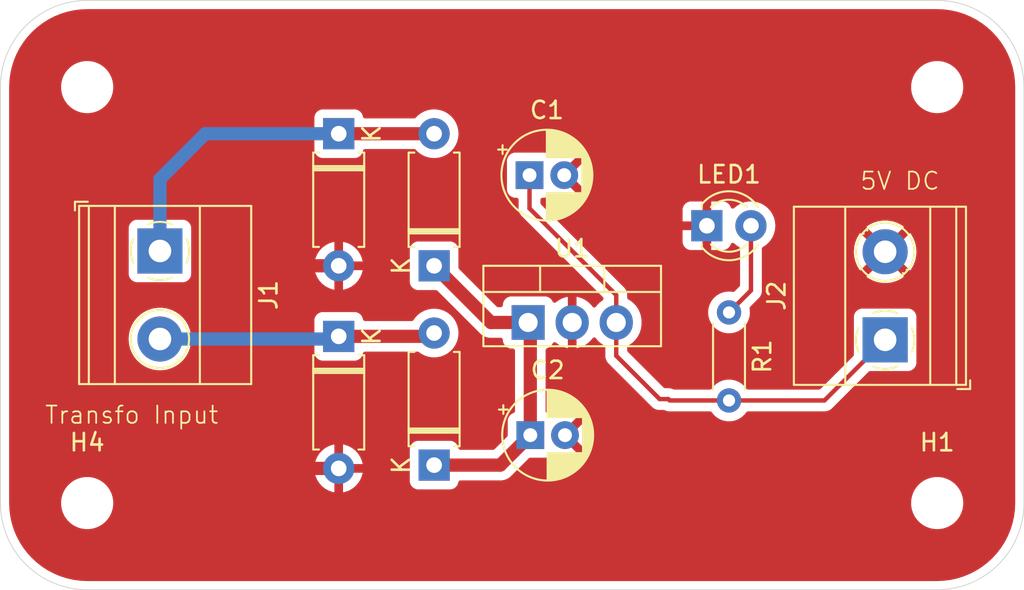
<source format=kicad_pcb>
(kicad_pcb (version 20240108) (generator "pcbnew") (generator_version "8.0")
  (title_block (title "Rectifier") (date "2024-12-20") (rev "v01") (comment 4 "Author: PUTSHU LUNGHE"))
  (layers (0 "F.Cu" signal) (31 "B.Cu" signal) (34 "B.Paste" user) (35 "F.Paste" user) (36 "B.SilkS" user "B.Silkscreen") (37 "F.SilkS" user "F.Silkscreen") (38 "B.Mask" user) (39 "F.Mask" user) (44 "Edge.Cuts" user))
  (net 0 "")
  (net 1 "GND")
  (net 2 "Net-(J2-Pin_1)")
  (net 3 "Net-(D3-K)")
  (net 4 "Net-(D1-K)")
  (net 5 "Net-(D2-K)")
  (net 6 "Net-(LED1-A)")
  (footprint "TerminalBlock_Phoenix:TerminalBlock_Phoenix_MKDS-1,5-2-5.08_1x02_P5.08mm_Horizontal" (layer "F.Cu") (at 124.195 57.455 -90)
    (property "Reference" "J1" (at 2.54 -6.26 90) (layer "F.SilkS"))
    (property "Value" "Screw_Terminal_01x02")
    (fp_line (start -2.84 4.9) (end -2.34 4.9) (stroke (width 0.12)) (layer "F.SilkS"))
    (fp_line (start -2.6 4.66) (end 7.68 4.66) (stroke (width 0.12)) (layer "F.SilkS"))
    (fp_line (start -2.84 4.16) (end -2.84 4.9) (stroke (width 0.12)) (layer "F.SilkS"))
    (fp_line (start -2.6 4.1) (end 7.68 4.1) (stroke (width 0.12)) (layer "F.SilkS"))
    (fp_line (start -2.6 2.6) (end 7.68 2.6) (stroke (width 0.12)) (layer "F.SilkS"))
    (fp_line (start 4.046 1.239) (end 4.011 1.274) (stroke (width 0.12)) (layer "F.SilkS"))
    (fp_line (start 3.853 1.023) (end 3.806 1.069) (stroke (width 0.12)) (layer "F.SilkS"))
    (fp_line (start 6.355 -1.069) (end 6.308 -1.023) (stroke (width 0.12)) (layer "F.SilkS"))
    (fp_line (start 6.15 -1.275) (end 6.115 -1.239) (stroke (width 0.12)) (layer "F.SilkS"))
    (fp_line (start -2.6 -2.301) (end 7.68 -2.301) (stroke (width 0.12)) (layer "F.SilkS"))
    (fp_line (start -2.6 -5.261) (end -2.6 4.66) (stroke (width 0.12)) (layer "F.SilkS"))
    (fp_line (start -2.6 -5.261) (end 7.68 -5.261) (stroke (width 0.12)) (layer "F.SilkS"))
    (fp_line (start 7.68 -5.261) (end 7.68 4.66) (stroke (width 0.12)) (layer "F.SilkS"))
    (fp_arc (start 0.028805 1.680253) (mid -0.335551 1.646659) (end -0.684 1.535) (stroke (width 0.12)) (layer "F.SilkS"))
    (fp_arc (start 0.683318 1.534756) (mid 0.349292 1.643288) (end 0 1.68) (stroke (width 0.12)) (layer "F.SilkS"))
    (fp_arc (start -1.535427 0.683042) (mid -1.680501 -0.000524) (end -1.535 -0.684) (stroke (width 0.12)) (layer "F.SilkS"))
    (fp_arc (start 1.535427 -0.683042) (mid 1.680501 0.000524) (end 1.535 0.684) (stroke (width 0.12)) (layer "F.SilkS"))
    (fp_arc (start -0.683042 -1.535427) (mid 0.000524 -1.680501) (end 0.684 -1.535) (stroke (width 0.12)) (layer "F.SilkS"))
    (fp_circle (center 5.08 0) (end 6.76 0) (stroke (width 0.12)) (fill none) (layer "F.SilkS"))
    (pad "1" thru_hole rect (at 0 0 270) (size 2.6 2.6) (drill 1.3) (layers "*.Cu" "*.Mask") (net 5 "Net-(D2-K)"))
    (pad "2" thru_hole circle (at 5.08 0 270) (size 2.6 2.6) (drill 1.3) (layers "*.Cu" "*.Mask") (net 4 "Net-(D1-K)"))
  )
  (footprint "MountingHole:MountingHole_2.5mm" (layer "F.Cu") (at 169 72)
    (property "Reference" "H1" (at 0 -3.5 0) (layer "F.SilkS"))
    (property "Value" "MountingHole" (hide yes))
    (pad "" np_thru_hole circle (at 0 0) (size 2.5 2.5) (drill 2.5) (layers "*.Cu" "*.Mask"))
  )
  (footprint "MountingHole:MountingHole_2.5mm" (layer "F.Cu") (at 120 72)
    (property "Reference" "H4" (at 0 -3.5 0) (layer "F.SilkS"))
    (property "Value" "MountingHole" (hide yes))
    (pad "" np_thru_hole circle (at 0 0) (size 2.5 2.5) (drill 2.5) (layers "*.Cu" "*.Mask"))
  )
  (footprint "Diode_THT:D_A-405_P7.62mm_Horizontal" (layer "F.Cu") (at 134.5 62.38 -90)
    (property "Reference" "D1" (hide yes))
    (property "Value" "D")
    (fp_line (start 1.09 1.47) (end 6.53 1.47) (stroke (width 0.12)) (layer "F.SilkS"))
    (fp_line (start 6.53 1.47) (end 6.53 1.14) (stroke (width 0.12)) (layer "F.SilkS"))
    (fp_line (start 1.09 1.14) (end 1.09 1.47) (stroke (width 0.12)) (layer "F.SilkS"))
    (fp_line (start 1.09 -1.14) (end 1.09 -1.47) (stroke (width 0.12)) (layer "F.SilkS"))
    (fp_line (start 1.09 -1.47) (end 6.53 -1.47) (stroke (width 0.12)) (layer "F.SilkS"))
    (fp_line (start 1.87 -1.47) (end 1.87 1.47) (stroke (width 0.12)) (layer "F.SilkS"))
    (fp_line (start 1.99 -1.47) (end 1.99 1.47) (stroke (width 0.12)) (layer "F.SilkS"))
    (fp_line (start 2.11 -1.47) (end 2.11 1.47) (stroke (width 0.12)) (layer "F.SilkS"))
    (fp_line (start 6.53 -1.47) (end 6.53 -1.14) (stroke (width 0.12)) (layer "F.SilkS"))
    (fp_text user "K" (at 0 -1.9 90) (layer "F.SilkS"))
    (pad "1" thru_hole rect (at 0 0 270) (size 1.8 1.8) (drill 0.9) (layers "*.Cu" "*.Mask") (net 4 "Net-(D1-K)"))
    (pad "2" thru_hole oval (at 7.62 0 270) (size 1.8 1.8) (drill 0.9) (layers "*.Cu" "*.Mask") (net 1 "GND"))
  )
  (footprint "LED_THT:LED_D3.0mm" (layer "F.Cu") (at 155.725 56)
    (property "Reference" "LED1" (at 1.27 -2.96 0) (layer "F.SilkS"))
    (property "Value" "LED")
    (fp_line (start -0.29 -1.236) (end -0.29 -1.08) (stroke (width 0.12)) (layer "F.SilkS"))
    (fp_line (start -0.29 1.08) (end -0.29 1.236) (stroke (width 0.12)) (layer "F.SilkS"))
    (fp_arc (start -0.29 -1.235516) (mid 1.366487 -1.987659) (end 2.942335 -1.078608) (stroke (width 0.12)) (layer "F.SilkS"))
    (fp_arc (start 0.229039 -1.08) (mid 1.270117 -1.5) (end 2.31113 -1.079837) (stroke (width 0.12)) (layer "F.SilkS"))
    (fp_arc (start 2.31113 1.079837) (mid 1.270117 1.5) (end 0.229039 1.08) (stroke (width 0.12)) (layer "F.SilkS"))
    (fp_arc (start 2.942335 1.078608) (mid 1.366487 1.987659) (end -0.29 1.235516) (stroke (width 0.12)) (layer "F.SilkS"))
    (pad "1" thru_hole rect (at 0 0) (size 1.8 1.8) (drill 0.9) (layers "*.Cu" "*.Mask") (net 1 "GND"))
    (pad "2" thru_hole circle (at 2.54 0) (size 1.8 1.8) (drill 0.9) (layers "*.Cu" "*.Mask") (net 6 "Net-(LED1-A)"))
  )
  (footprint "MountingHole:MountingHole_2.5mm" (layer "F.Cu") (at 120 48)
    (property "Reference" "H2" (hide yes))
    (property "Value" "MountingHole" (hide yes))
    (pad "" np_thru_hole circle (at 0 0) (size 2.5 2.5) (drill 2.5) (layers "*.Cu" "*.Mask"))
  )
  (footprint "Capacitor_THT:CP_Radial_D5.0mm_P2.00mm" (layer "F.Cu") (at 145.544888 68.08)
    (property "Reference" "C2" (at 1 -3.75 0) (layer "F.SilkS"))
    (property "Value" "C_Polarized_US")
    (fp_line (start -1.804775 -1.475) (end -1.304775 -1.475) (stroke (width 0.12)) (layer "F.SilkS"))
    (fp_line (start -1.554775 -1.725) (end -1.554775 -1.225) (stroke (width 0.12)) (layer "F.SilkS"))
    (fp_line (start 1 -2.58) (end 1 -1.04) (stroke (width 0.12)) (layer "F.SilkS"))
    (fp_line (start 1 1.04) (end 1 2.58) (stroke (width 0.12)) (layer "F.SilkS"))
    (fp_line (start 1.04 -2.58) (end 1.04 -1.04) (stroke (width 0.12)) (layer "F.SilkS"))
    (fp_line (start 1.04 1.04) (end 1.04 2.58) (stroke (width 0.12)) (layer "F.SilkS"))
    (fp_line (start 1.08 -2.579) (end 1.08 -1.04) (stroke (width 0.12)) (layer "F.SilkS"))
    (fp_line (start 1.08 1.04) (end 1.08 2.579) (stroke (width 0.12)) (layer "F.SilkS"))
    (fp_line (start 1.12 -2.578) (end 1.12 -1.04) (stroke (width 0.12)) (layer "F.SilkS"))
    (fp_line (start 1.12 1.04) (end 1.12 2.578) (stroke (width 0.12)) (layer "F.SilkS"))
    (fp_line (start 1.16 -2.576) (end 1.16 -1.04) (stroke (width 0.12)) (layer "F.SilkS"))
    (fp_line (start 1.16 1.04) (end 1.16 2.576) (stroke (width 0.12)) (layer "F.SilkS"))
    (fp_line (start 1.2 -2.573) (end 1.2 -1.04) (stroke (width 0.12)) (layer "F.SilkS"))
    (fp_line (start 1.2 1.04) (end 1.2 2.573) (stroke (width 0.12)) (layer "F.SilkS"))
    (fp_line (start 1.24 -2.569) (end 1.24 -1.04) (stroke (width 0.12)) (layer "F.SilkS"))
    (fp_line (start 1.24 1.04) (end 1.24 2.569) (stroke (width 0.12)) (layer "F.SilkS"))
    (fp_line (start 1.28 -2.565) (end 1.28 -1.04) (stroke (width 0.12)) (layer "F.SilkS"))
    (fp_line (start 1.28 1.04) (end 1.28 2.565) (stroke (width 0.12)) (layer "F.SilkS"))
    (fp_line (start 1.32 -2.561) (end 1.32 -1.04) (stroke (width 0.12)) (layer "F.SilkS"))
    (fp_line (start 1.32 1.04) (end 1.32 2.561) (stroke (width 0.12)) (layer "F.SilkS"))
    (fp_line (start 1.36 -2.556) (end 1.36 -1.04) (stroke (width 0.12)) (layer "F.SilkS"))
    (fp_line (start 1.36 1.04) (end 1.36 2.556) (stroke (width 0.12)) (layer "F.SilkS"))
    (fp_line (start 1.4 -2.55) (end 1.4 -1.04) (stroke (width 0.12)) (layer "F.SilkS"))
    (fp_line (start 1.4 1.04) (end 1.4 2.55) (stroke (width 0.12)) (layer "F.SilkS"))
    (fp_line (start 1.44 -2.543) (end 1.44 -1.04) (stroke (width 0.12)) (layer "F.SilkS"))
    (fp_line (start 1.44 1.04) (end 1.44 2.543) (stroke (width 0.12)) (layer "F.SilkS"))
    (fp_line (start 1.48 -2.536) (end 1.48 -1.04) (stroke (width 0.12)) (layer "F.SilkS"))
    (fp_line (start 1.48 1.04) (end 1.48 2.536) (stroke (width 0.12)) (layer "F.SilkS"))
    (fp_line (start 1.52 -2.528) (end 1.52 -1.04) (stroke (width 0.12)) (layer "F.SilkS"))
    (fp_line (start 1.52 1.04) (end 1.52 2.528) (stroke (width 0.12)) (layer "F.SilkS"))
    (fp_line (start 1.56 -2.52) (end 1.56 -1.04) (stroke (width 0.12)) (layer "F.SilkS"))
    (fp_line (start 1.56 1.04) (end 1.56 2.52) (stroke (width 0.12)) (layer "F.SilkS"))
    (fp_line (start 1.6 -2.511) (end 1.6 -1.04) (stroke (width 0.12)) (layer "F.SilkS"))
    (fp_line (start 1.6 1.04) (end 1.6 2.511) (stroke (width 0.12)) (layer "F.SilkS"))
    (fp_line (start 1.64 -2.501) (end 1.64 -1.04) (stroke (width 0.12)) (layer "F.SilkS"))
    (fp_line (start 1.64 1.04) (end 1.64 2.501) (stroke (width 0.12)) (layer "F.SilkS"))
    (fp_line (start 1.68 -2.491) (end 1.68 -1.04) (stroke (width 0.12)) (layer "F.SilkS"))
    (fp_line (start 1.68 1.04) (end 1.68 2.491) (stroke (width 0.12)) (layer "F.SilkS"))
    (fp_line (start 1.721 -2.48) (end 1.721 -1.04) (stroke (width 0.12)) (layer "F.SilkS"))
    (fp_line (start 1.721 1.04) (end 1.721 2.48) (stroke (width 0.12)) (layer "F.SilkS"))
    (fp_line (start 1.761 -2.468) (end 1.761 -1.04) (stroke (width 0.12)) (layer "F.SilkS"))
    (fp_line (start 1.761 1.04) (end 1.761 2.468) (stroke (width 0.12)) (layer "F.SilkS"))
    (fp_line (start 1.801 -2.455) (end 1.801 -1.04) (stroke (width 0.12)) (layer "F.SilkS"))
    (fp_line (start 1.801 1.04) (end 1.801 2.455) (stroke (width 0.12)) (layer "F.SilkS"))
    (fp_line (start 1.841 -2.442) (end 1.841 -1.04) (stroke (width 0.12)) (layer "F.SilkS"))
    (fp_line (start 1.841 1.04) (end 1.841 2.442) (stroke (width 0.12)) (layer "F.SilkS"))
    (fp_line (start 1.881 -2.428) (end 1.881 -1.04) (stroke (width 0.12)) (layer "F.SilkS"))
    (fp_line (start 1.881 1.04) (end 1.881 2.428) (stroke (width 0.12)) (layer "F.SilkS"))
    (fp_line (start 1.921 -2.414) (end 1.921 -1.04) (stroke (width 0.12)) (layer "F.SilkS"))
    (fp_line (start 1.921 1.04) (end 1.921 2.414) (stroke (width 0.12)) (layer "F.SilkS"))
    (fp_line (start 1.961 -2.398) (end 1.961 -1.04) (stroke (width 0.12)) (layer "F.SilkS"))
    (fp_line (start 1.961 1.04) (end 1.961 2.398) (stroke (width 0.12)) (layer "F.SilkS"))
    (fp_line (start 2.001 -2.382) (end 2.001 -1.04) (stroke (width 0.12)) (layer "F.SilkS"))
    (fp_line (start 2.001 1.04) (end 2.001 2.382) (stroke (width 0.12)) (layer "F.SilkS"))
    (fp_line (start 2.041 -2.365) (end 2.041 -1.04) (stroke (width 0.12)) (layer "F.SilkS"))
    (fp_line (start 2.041 1.04) (end 2.041 2.365) (stroke (width 0.12)) (layer "F.SilkS"))
    (fp_line (start 2.081 -2.348) (end 2.081 -1.04) (stroke (width 0.12)) (layer "F.SilkS"))
    (fp_line (start 2.081 1.04) (end 2.081 2.348) (stroke (width 0.12)) (layer "F.SilkS"))
    (fp_line (start 2.121 -2.329) (end 2.121 -1.04) (stroke (width 0.12)) (layer "F.SilkS"))
    (fp_line (start 2.121 1.04) (end 2.121 2.329) (stroke (width 0.12)) (layer "F.SilkS"))
    (fp_line (start 2.161 -2.31) (end 2.161 -1.04) (stroke (width 0.12)) (layer "F.SilkS"))
    (fp_line (start 2.161 1.04) (end 2.161 2.31) (stroke (width 0.12)) (layer "F.SilkS"))
    (fp_line (start 2.201 -2.29) (end 2.201 -1.04) (stroke (width 0.12)) (layer "F.SilkS"))
    (fp_line (start 2.201 1.04) (end 2.201 2.29) (stroke (width 0.12)) (layer "F.SilkS"))
    (fp_line (start 2.241 -2.268) (end 2.241 -1.04) (stroke (width 0.12)) (layer "F.SilkS"))
    (fp_line (start 2.241 1.04) (end 2.241 2.268) (stroke (width 0.12)) (layer "F.SilkS"))
    (fp_line (start 2.281 -2.247) (end 2.281 -1.04) (stroke (width 0.12)) (layer "F.SilkS"))
    (fp_line (start 2.281 1.04) (end 2.281 2.247) (stroke (width 0.12)) (layer "F.SilkS"))
    (fp_line (start 2.321 -2.224) (end 2.321 -1.04) (stroke (width 0.12)) (layer "F.SilkS"))
    (fp_line (start 2.321 1.04) (end 2.321 2.224) (stroke (width 0.12)) (layer "F.SilkS"))
    (fp_line (start 2.361 -2.2) (end 2.361 -1.04) (stroke (width 0.12)) (layer "F.SilkS"))
    (fp_line (start 2.361 1.04) (end 2.361 2.2) (stroke (width 0.12)) (layer "F.SilkS"))
    (fp_line (start 2.401 -2.175) (end 2.401 -1.04) (stroke (width 0.12)) (layer "F.SilkS"))
    (fp_line (start 2.401 1.04) (end 2.401 2.175) (stroke (width 0.12)) (layer "F.SilkS"))
    (fp_line (start 2.441 -2.149) (end 2.441 -1.04) (stroke (width 0.12)) (layer "F.SilkS"))
    (fp_line (start 2.441 1.04) (end 2.441 2.149) (stroke (width 0.12)) (layer "F.SilkS"))
    (fp_line (start 2.481 -2.122) (end 2.481 -1.04) (stroke (width 0.12)) (layer "F.SilkS"))
    (fp_line (start 2.481 1.04) (end 2.481 2.122) (stroke (width 0.12)) (layer "F.SilkS"))
    (fp_line (start 2.521 -2.095) (end 2.521 -1.04) (stroke (width 0.12)) (layer "F.SilkS"))
    (fp_line (start 2.521 1.04) (end 2.521 2.095) (stroke (width 0.12)) (layer "F.SilkS"))
    (fp_line (start 2.561 -2.065) (end 2.561 -1.04) (stroke (width 0.12)) (layer "F.SilkS"))
    (fp_line (start 2.561 1.04) (end 2.561 2.065) (stroke (width 0.12)) (layer "F.SilkS"))
    (fp_line (start 2.601 -2.035) (end 2.601 -1.04) (stroke (width 0.12)) (layer "F.SilkS"))
    (fp_line (start 2.601 1.04) (end 2.601 2.035) (stroke (width 0.12)) (layer "F.SilkS"))
    (fp_line (start 2.641 -2.004) (end 2.641 -1.04) (stroke (width 0.12)) (layer "F.SilkS"))
    (fp_line (start 2.641 1.04) (end 2.641 2.004) (stroke (width 0.12)) (layer "F.SilkS"))
    (fp_line (start 2.681 -1.971) (end 2.681 -1.04) (stroke (width 0.12)) (layer "F.SilkS"))
    (fp_line (start 2.681 1.04) (end 2.681 1.971) (stroke (width 0.12)) (layer "F.SilkS"))
    (fp_line (start 2.721 -1.937) (end 2.721 -1.04) (stroke (width 0.12)) (layer "F.SilkS"))
    (fp_line (start 2.721 1.04) (end 2.721 1.937) (stroke (width 0.12)) (layer "F.SilkS"))
    (fp_line (start 2.761 -1.901) (end 2.761 -1.04) (stroke (width 0.12)) (layer "F.SilkS"))
    (fp_line (start 2.761 1.04) (end 2.761 1.901) (stroke (width 0.12)) (layer "F.SilkS"))
    (fp_line (start 2.801 -1.864) (end 2.801 -1.04) (stroke (width 0.12)) (layer "F.SilkS"))
    (fp_line (start 2.801 1.04) (end 2.801 1.864) (stroke (width 0.12)) (layer "F.SilkS"))
    (fp_line (start 2.841 -1.826) (end 2.841 -1.04) (stroke (width 0.12)) (layer "F.SilkS"))
    (fp_line (start 2.841 1.04) (end 2.841 1.826) (stroke (width 0.12)) (layer "F.SilkS"))
    (fp_line (start 2.881 -1.785) (end 2.881 -1.04) (stroke (width 0.12)) (layer "F.SilkS"))
    (fp_line (start 2.881 1.04) (end 2.881 1.785) (stroke (width 0.12)) (layer "F.SilkS"))
    (fp_line (start 2.921 -1.743) (end 2.921 -1.04) (stroke (width 0.12)) (layer "F.SilkS"))
    (fp_line (start 2.921 1.04) (end 2.921 1.743) (stroke (width 0.12)) (layer "F.SilkS"))
    (fp_line (start 2.961 -1.699) (end 2.961 -1.04) (stroke (width 0.12)) (layer "F.SilkS"))
    (fp_line (start 2.961 1.04) (end 2.961 1.699) (stroke (width 0.12)) (layer "F.SilkS"))
    (fp_line (start 3.001 -1.653) (end 3.001 -1.04) (stroke (width 0.12)) (layer "F.SilkS"))
    (fp_line (start 3.001 1.04) (end 3.001 1.653) (stroke (width 0.12)) (layer "F.SilkS"))
    (fp_line (start 3.041 -1.605) (end 3.041 1.605) (stroke (width 0.12)) (layer "F.SilkS"))
    (fp_line (start 3.081 -1.554) (end 3.081 1.554) (stroke (width 0.12)) (layer "F.SilkS"))
    (fp_line (start 3.121 -1.5) (end 3.121 1.5) (stroke (width 0.12)) (layer "F.SilkS"))
    (fp_line (start 3.161 -1.443) (end 3.161 1.443) (stroke (width 0.12)) (layer "F.SilkS"))
    (fp_line (start 3.201 -1.383) (end 3.201 1.383) (stroke (width 0.12)) (layer "F.SilkS"))
    (fp_line (start 3.241 -1.319) (end 3.241 1.319) (stroke (width 0.12)) (layer "F.SilkS"))
    (fp_line (start 3.281 -1.251) (end 3.281 1.251) (stroke (width 0.12)) (layer "F.SilkS"))
    (fp_line (start 3.321 -1.178) (end 3.321 1.178) (stroke (width 0.12)) (layer "F.SilkS"))
    (fp_line (start 3.361 -1.098) (end 3.361 1.098) (stroke (width 0.12)) (layer "F.SilkS"))
    (fp_line (start 3.401 -1.011) (end 3.401 1.011) (stroke (width 0.12)) (layer "F.SilkS"))
    (fp_line (start 3.441 -0.915) (end 3.441 0.915) (stroke (width 0.12)) (layer "F.SilkS"))
    (fp_line (start 3.481 -0.805) (end 3.481 0.805) (stroke (width 0.12)) (layer "F.SilkS"))
    (fp_line (start 3.521 -0.677) (end 3.521 0.677) (stroke (width 0.12)) (layer "F.SilkS"))
    (fp_line (start 3.561 -0.518) (end 3.561 0.518) (stroke (width 0.12)) (layer "F.SilkS"))
    (fp_line (start 3.601 -0.284) (end 3.601 0.284) (stroke (width 0.12)) (layer "F.SilkS"))
    (fp_circle (center 1 0) (end 3.62 0) (stroke (width 0.12)) (fill none) (layer "F.SilkS"))
    (pad "1" thru_hole rect (at 0 0) (size 1.6 1.6) (drill 0.8) (layers "*.Cu" "*.Mask") (net 3 "Net-(D3-K)"))
    (pad "2" thru_hole circle (at 2 0) (size 1.6 1.6) (drill 0.8) (layers "*.Cu" "*.Mask") (net 1 "GND"))
  )
  (footprint "Capacitor_THT:CP_Radial_D5.0mm_P2.00mm" (layer "F.Cu") (at 145.5 53.08)
    (property "Reference" "C1" (at 1 -3.75 0) (layer "F.SilkS"))
    (property "Value" "C_Polarized_US")
    (fp_line (start -1.804775 -1.475) (end -1.304775 -1.475) (stroke (width 0.12)) (layer "F.SilkS"))
    (fp_line (start -1.554775 -1.725) (end -1.554775 -1.225) (stroke (width 0.12)) (layer "F.SilkS"))
    (fp_line (start 1 -2.58) (end 1 -1.04) (stroke (width 0.12)) (layer "F.SilkS"))
    (fp_line (start 1 1.04) (end 1 2.58) (stroke (width 0.12)) (layer "F.SilkS"))
    (fp_line (start 1.04 -2.58) (end 1.04 -1.04) (stroke (width 0.12)) (layer "F.SilkS"))
    (fp_line (start 1.04 1.04) (end 1.04 2.58) (stroke (width 0.12)) (layer "F.SilkS"))
    (fp_line (start 1.08 -2.579) (end 1.08 -1.04) (stroke (width 0.12)) (layer "F.SilkS"))
    (fp_line (start 1.08 1.04) (end 1.08 2.579) (stroke (width 0.12)) (layer "F.SilkS"))
    (fp_line (start 1.12 -2.578) (end 1.12 -1.04) (stroke (width 0.12)) (layer "F.SilkS"))
    (fp_line (start 1.12 1.04) (end 1.12 2.578) (stroke (width 0.12)) (layer "F.SilkS"))
    (fp_line (start 1.16 -2.576) (end 1.16 -1.04) (stroke (width 0.12)) (layer "F.SilkS"))
    (fp_line (start 1.16 1.04) (end 1.16 2.576) (stroke (width 0.12)) (layer "F.SilkS"))
    (fp_line (start 1.2 -2.573) (end 1.2 -1.04) (stroke (width 0.12)) (layer "F.SilkS"))
    (fp_line (start 1.2 1.04) (end 1.2 2.573) (stroke (width 0.12)) (layer "F.SilkS"))
    (fp_line (start 1.24 -2.569) (end 1.24 -1.04) (stroke (width 0.12)) (layer "F.SilkS"))
    (fp_line (start 1.24 1.04) (end 1.24 2.569) (stroke (width 0.12)) (layer "F.SilkS"))
    (fp_line (start 1.28 -2.565) (end 1.28 -1.04) (stroke (width 0.12)) (layer "F.SilkS"))
    (fp_line (start 1.28 1.04) (end 1.28 2.565) (stroke (width 0.12)) (layer "F.SilkS"))
    (fp_line (start 1.32 -2.561) (end 1.32 -1.04) (stroke (width 0.12)) (layer "F.SilkS"))
    (fp_line (start 1.32 1.04) (end 1.32 2.561) (stroke (width 0.12)) (layer "F.SilkS"))
    (fp_line (start 1.36 -2.556) (end 1.36 -1.04) (stroke (width 0.12)) (layer "F.SilkS"))
    (fp_line (start 1.36 1.04) (end 1.36 2.556) (stroke (width 0.12)) (layer "F.SilkS"))
    (fp_line (start 1.4 -2.55) (end 1.4 -1.04) (stroke (width 0.12)) (layer "F.SilkS"))
    (fp_line (start 1.4 1.04) (end 1.4 2.55) (stroke (width 0.12)) (layer "F.SilkS"))
    (fp_line (start 1.44 -2.543) (end 1.44 -1.04) (stroke (width 0.12)) (layer "F.SilkS"))
    (fp_line (start 1.44 1.04) (end 1.44 2.543) (stroke (width 0.12)) (layer "F.SilkS"))
    (fp_line (start 1.48 -2.536) (end 1.48 -1.04) (stroke (width 0.12)) (layer "F.SilkS"))
    (fp_line (start 1.48 1.04) (end 1.48 2.536) (stroke (width 0.12)) (layer "F.SilkS"))
    (fp_line (start 1.52 -2.528) (end 1.52 -1.04) (stroke (width 0.12)) (layer "F.SilkS"))
    (fp_line (start 1.52 1.04) (end 1.52 2.528) (stroke (width 0.12)) (layer "F.SilkS"))
    (fp_line (start 1.56 -2.52) (end 1.56 -1.04) (stroke (width 0.12)) (layer "F.SilkS"))
    (fp_line (start 1.56 1.04) (end 1.56 2.52) (stroke (width 0.12)) (layer "F.SilkS"))
    (fp_line (start 1.6 -2.511) (end 1.6 -1.04) (stroke (width 0.12)) (layer "F.SilkS"))
    (fp_line (start 1.6 1.04) (end 1.6 2.511) (stroke (width 0.12)) (layer "F.SilkS"))
    (fp_line (start 1.64 -2.501) (end 1.64 -1.04) (stroke (width 0.12)) (layer "F.SilkS"))
    (fp_line (start 1.64 1.04) (end 1.64 2.501) (stroke (width 0.12)) (layer "F.SilkS"))
    (fp_line (start 1.68 -2.491) (end 1.68 -1.04) (stroke (width 0.12)) (layer "F.SilkS"))
    (fp_line (start 1.68 1.04) (end 1.68 2.491) (stroke (width 0.12)) (layer "F.SilkS"))
    (fp_line (start 1.721 -2.48) (end 1.721 -1.04) (stroke (width 0.12)) (layer "F.SilkS"))
    (fp_line (start 1.721 1.04) (end 1.721 2.48) (stroke (width 0.12)) (layer "F.SilkS"))
    (fp_line (start 1.761 -2.468) (end 1.761 -1.04) (stroke (width 0.12)) (layer "F.SilkS"))
    (fp_line (start 1.761 1.04) (end 1.761 2.468) (stroke (width 0.12)) (layer "F.SilkS"))
    (fp_line (start 1.801 -2.455) (end 1.801 -1.04) (stroke (width 0.12)) (layer "F.SilkS"))
    (fp_line (start 1.801 1.04) (end 1.801 2.455) (stroke (width 0.12)) (layer "F.SilkS"))
    (fp_line (start 1.841 -2.442) (end 1.841 -1.04) (stroke (width 0.12)) (layer "F.SilkS"))
    (fp_line (start 1.841 1.04) (end 1.841 2.442) (stroke (width 0.12)) (layer "F.SilkS"))
    (fp_line (start 1.881 -2.428) (end 1.881 -1.04) (stroke (width 0.12)) (layer "F.SilkS"))
    (fp_line (start 1.881 1.04) (end 1.881 2.428) (stroke (width 0.12)) (layer "F.SilkS"))
    (fp_line (start 1.921 -2.414) (end 1.921 -1.04) (stroke (width 0.12)) (layer "F.SilkS"))
    (fp_line (start 1.921 1.04) (end 1.921 2.414) (stroke (width 0.12)) (layer "F.SilkS"))
    (fp_line (start 1.961 -2.398) (end 1.961 -1.04) (stroke (width 0.12)) (layer "F.SilkS"))
    (fp_line (start 1.961 1.04) (end 1.961 2.398) (stroke (width 0.12)) (layer "F.SilkS"))
    (fp_line (start 2.001 -2.382) (end 2.001 -1.04) (stroke (width 0.12)) (layer "F.SilkS"))
    (fp_line (start 2.001 1.04) (end 2.001 2.382) (stroke (width 0.12)) (layer "F.SilkS"))
    (fp_line (start 2.041 -2.365) (end 2.041 -1.04) (stroke (width 0.12)) (layer "F.SilkS"))
    (fp_line (start 2.041 1.04) (end 2.041 2.365) (stroke (width 0.12)) (layer "F.SilkS"))
    (fp_line (start 2.081 -2.348) (end 2.081 -1.04) (stroke (width 0.12)) (layer "F.SilkS"))
    (fp_line (start 2.081 1.04) (end 2.081 2.348) (stroke (width 0.12)) (layer "F.SilkS"))
    (fp_line (start 2.121 -2.329) (end 2.121 -1.04) (stroke (width 0.12)) (layer "F.SilkS"))
    (fp_line (start 2.121 1.04) (end 2.121 2.329) (stroke (width 0.12)) (layer "F.SilkS"))
    (fp_line (start 2.161 -2.31) (end 2.161 -1.04) (stroke (width 0.12)) (layer "F.SilkS"))
    (fp_line (start 2.161 1.04) (end 2.161 2.31) (stroke (width 0.12)) (layer "F.SilkS"))
    (fp_line (start 2.201 -2.29) (end 2.201 -1.04) (stroke (width 0.12)) (layer "F.SilkS"))
    (fp_line (start 2.201 1.04) (end 2.201 2.29) (stroke (width 0.12)) (layer "F.SilkS"))
    (fp_line (start 2.241 -2.268) (end 2.241 -1.04) (stroke (width 0.12)) (layer "F.SilkS"))
    (fp_line (start 2.241 1.04) (end 2.241 2.268) (stroke (width 0.12)) (layer "F.SilkS"))
    (fp_line (start 2.281 -2.247) (end 2.281 -1.04) (stroke (width 0.12)) (layer "F.SilkS"))
    (fp_line (start 2.281 1.04) (end 2.281 2.247) (stroke (width 0.12)) (layer "F.SilkS"))
    (fp_line (start 2.321 -2.224) (end 2.321 -1.04) (stroke (width 0.12)) (layer "F.SilkS"))
    (fp_line (start 2.321 1.04) (end 2.321 2.224) (stroke (width 0.12)) (layer "F.SilkS"))
    (fp_line (start 2.361 -2.2) (end 2.361 -1.04) (stroke (width 0.12)) (layer "F.SilkS"))
    (fp_line (start 2.361 1.04) (end 2.361 2.2) (stroke (width 0.12)) (layer "F.SilkS"))
    (fp_line (start 2.401 -2.175) (end 2.401 -1.04) (stroke (width 0.12)) (layer "F.SilkS"))
    (fp_line (start 2.401 1.04) (end 2.401 2.175) (stroke (width 0.12)) (layer "F.SilkS"))
    (fp_line (start 2.441 -2.149) (end 2.441 -1.04) (stroke (width 0.12)) (layer "F.SilkS"))
    (fp_line (start 2.441 1.04) (end 2.441 2.149) (stroke (width 0.12)) (layer "F.SilkS"))
    (fp_line (start 2.481 -2.122) (end 2.481 -1.04) (stroke (width 0.12)) (layer "F.SilkS"))
    (fp_line (start 2.481 1.04) (end 2.481 2.122) (stroke (width 0.12)) (layer "F.SilkS"))
    (fp_line (start 2.521 -2.095) (end 2.521 -1.04) (stroke (width 0.12)) (layer "F.SilkS"))
    (fp_line (start 2.521 1.04) (end 2.521 2.095) (stroke (width 0.12)) (layer "F.SilkS"))
    (fp_line (start 2.561 -2.065) (end 2.561 -1.04) (stroke (width 0.12)) (layer "F.SilkS"))
    (fp_line (start 2.561 1.04) (end 2.561 2.065) (stroke (width 0.12)) (layer "F.SilkS"))
    (fp_line (start 2.601 -2.035) (end 2.601 -1.04) (stroke (width 0.12)) (layer "F.SilkS"))
    (fp_line (start 2.601 1.04) (end 2.601 2.035) (stroke (width 0.12)) (layer "F.SilkS"))
    (fp_line (start 2.641 -2.004) (end 2.641 -1.04) (stroke (width 0.12)) (layer "F.SilkS"))
    (fp_line (start 2.641 1.04) (end 2.641 2.004) (stroke (width 0.12)) (layer "F.SilkS"))
    (fp_line (start 2.681 -1.971) (end 2.681 -1.04) (stroke (width 0.12)) (layer "F.SilkS"))
    (fp_line (start 2.681 1.04) (end 2.681 1.971) (stroke (width 0.12)) (layer "F.SilkS"))
    (fp_line (start 2.721 -1.937) (end 2.721 -1.04) (stroke (width 0.12)) (layer "F.SilkS"))
    (fp_line (start 2.721 1.04) (end 2.721 1.937) (stroke (width 0.12)) (layer "F.SilkS"))
    (fp_line (start 2.761 -1.901) (end 2.761 -1.04) (stroke (width 0.12)) (layer "F.SilkS"))
    (fp_line (start 2.761 1.04) (end 2.761 1.901) (stroke (width 0.12)) (layer "F.SilkS"))
    (fp_line (start 2.801 -1.864) (end 2.801 -1.04) (stroke (width 0.12)) (layer "F.SilkS"))
    (fp_line (start 2.801 1.04) (end 2.801 1.864) (stroke (width 0.12)) (layer "F.SilkS"))
    (fp_line (start 2.841 -1.826) (end 2.841 -1.04) (stroke (width 0.12)) (layer "F.SilkS"))
    (fp_line (start 2.841 1.04) (end 2.841 1.826) (stroke (width 0.12)) (layer "F.SilkS"))
    (fp_line (start 2.881 -1.785) (end 2.881 -1.04) (stroke (width 0.12)) (layer "F.SilkS"))
    (fp_line (start 2.881 1.04) (end 2.881 1.785) (stroke (width 0.12)) (layer "F.SilkS"))
    (fp_line (start 2.921 -1.743) (end 2.921 -1.04) (stroke (width 0.12)) (layer "F.SilkS"))
    (fp_line (start 2.921 1.04) (end 2.921 1.743) (stroke (width 0.12)) (layer "F.SilkS"))
    (fp_line (start 2.961 -1.699) (end 2.961 -1.04) (stroke (width 0.12)) (layer "F.SilkS"))
    (fp_line (start 2.961 1.04) (end 2.961 1.699) (stroke (width 0.12)) (layer "F.SilkS"))
    (fp_line (start 3.001 -1.653) (end 3.001 -1.04) (stroke (width 0.12)) (layer "F.SilkS"))
    (fp_line (start 3.001 1.04) (end 3.001 1.653) (stroke (width 0.12)) (layer "F.SilkS"))
    (fp_line (start 3.041 -1.605) (end 3.041 1.605) (stroke (width 0.12)) (layer "F.SilkS"))
    (fp_line (start 3.081 -1.554) (end 3.081 1.554) (stroke (width 0.12)) (layer "F.SilkS"))
    (fp_line (start 3.121 -1.5) (end 3.121 1.5) (stroke (width 0.12)) (layer "F.SilkS"))
    (fp_line (start 3.161 -1.443) (end 3.161 1.443) (stroke (width 0.12)) (layer "F.SilkS"))
    (fp_line (start 3.201 -1.383) (end 3.201 1.383) (stroke (width 0.12)) (layer "F.SilkS"))
    (fp_line (start 3.241 -1.319) (end 3.241 1.319) (stroke (width 0.12)) (layer "F.SilkS"))
    (fp_line (start 3.281 -1.251) (end 3.281 1.251) (stroke (width 0.12)) (layer "F.SilkS"))
    (fp_line (start 3.321 -1.178) (end 3.321 1.178) (stroke (width 0.12)) (layer "F.SilkS"))
    (fp_line (start 3.361 -1.098) (end 3.361 1.098) (stroke (width 0.12)) (layer "F.SilkS"))
    (fp_line (start 3.401 -1.011) (end 3.401 1.011) (stroke (width 0.12)) (layer "F.SilkS"))
    (fp_line (start 3.441 -0.915) (end 3.441 0.915) (stroke (width 0.12)) (layer "F.SilkS"))
    (fp_line (start 3.481 -0.805) (end 3.481 0.805) (stroke (width 0.12)) (layer "F.SilkS"))
    (fp_line (start 3.521 -0.677) (end 3.521 0.677) (stroke (width 0.12)) (layer "F.SilkS"))
    (fp_line (start 3.561 -0.518) (end 3.561 0.518) (stroke (width 0.12)) (layer "F.SilkS"))
    (fp_line (start 3.601 -0.284) (end 3.601 0.284) (stroke (width 0.12)) (layer "F.SilkS"))
    (fp_circle (center 1 0) (end 3.62 0) (stroke (width 0.12)) (fill none) (layer "F.SilkS"))
    (pad "1" thru_hole rect (at 0 0) (size 1.6 1.6) (drill 0.8) (layers "*.Cu" "*.Mask") (net 2 "Net-(J2-Pin_1)"))
    (pad "2" thru_hole circle (at 2 0) (size 1.6 1.6) (drill 0.8) (layers "*.Cu" "*.Mask") (net 1 "GND"))
  )
  (footprint "TerminalBlock_Phoenix:TerminalBlock_Phoenix_MKDS-1,5-2-5.08_1x02_P5.08mm_Horizontal" (layer "F.Cu") (at 166 62.58 90)
    (property "Reference" "J2" (at 2.54 -6.26 90) (layer "F.SilkS"))
    (property "Value" "Screw_Terminal_01x02")
    (fp_line (start 7.68 -5.261) (end 7.68 4.66) (stroke (width 0.12)) (layer "F.SilkS"))
    (fp_line (start -2.6 -5.261) (end 7.68 -5.261) (stroke (width 0.12)) (layer "F.SilkS"))
    (fp_line (start -2.6 -5.261) (end -2.6 4.66) (stroke (width 0.12)) (layer "F.SilkS"))
    (fp_line (start -2.6 -2.301) (end 7.68 -2.301) (stroke (width 0.12)) (layer "F.SilkS"))
    (fp_line (start 6.15 -1.275) (end 6.115 -1.239) (stroke (width 0.12)) (layer "F.SilkS"))
    (fp_line (start 6.355 -1.069) (end 6.308 -1.023) (stroke (width 0.12)) (layer "F.SilkS"))
    (fp_line (start 3.853 1.023) (end 3.806 1.069) (stroke (width 0.12)) (layer "F.SilkS"))
    (fp_line (start 4.046 1.239) (end 4.011 1.274) (stroke (width 0.12)) (layer "F.SilkS"))
    (fp_line (start -2.6 2.6) (end 7.68 2.6) (stroke (width 0.12)) (layer "F.SilkS"))
    (fp_line (start -2.6 4.1) (end 7.68 4.1) (stroke (width 0.12)) (layer "F.SilkS"))
    (fp_line (start -2.84 4.16) (end -2.84 4.9) (stroke (width 0.12)) (layer "F.SilkS"))
    (fp_line (start -2.6 4.66) (end 7.68 4.66) (stroke (width 0.12)) (layer "F.SilkS"))
    (fp_line (start -2.84 4.9) (end -2.34 4.9) (stroke (width 0.12)) (layer "F.SilkS"))
    (fp_arc (start -0.683042 -1.535427) (mid 0.000524 -1.680501) (end 0.684 -1.535) (stroke (width 0.12)) (layer "F.SilkS"))
    (fp_arc (start 1.535427 -0.683042) (mid 1.680501 0.000524) (end 1.535 0.684) (stroke (width 0.12)) (layer "F.SilkS"))
    (fp_arc (start -1.535427 0.683042) (mid -1.680501 -0.000524) (end -1.535 -0.684) (stroke (width 0.12)) (layer "F.SilkS"))
    (fp_arc (start 0.683318 1.534756) (mid 0.349292 1.643288) (end 0 1.68) (stroke (width 0.12)) (layer "F.SilkS"))
    (fp_arc (start 0.028805 1.680253) (mid -0.335551 1.646659) (end -0.684 1.535) (stroke (width 0.12)) (layer "F.SilkS"))
    (fp_circle (center 5.08 0) (end 6.76 0) (stroke (width 0.12)) (fill none) (layer "F.SilkS"))
    (pad "1" thru_hole rect (at 0 0 90) (size 2.6 2.6) (drill 1.3) (layers "*.Cu" "*.Mask") (net 2 "Net-(J2-Pin_1)"))
    (pad "2" thru_hole circle (at 5.08 0 90) (size 2.6 2.6) (drill 1.3) (layers "*.Cu" "*.Mask") (net 1 "GND"))
  )
  (footprint "Package_TO_SOT_THT:TO-220-3_Vertical" (layer "F.Cu") (at 145.42 61.58)
    (property "Reference" "U1" (at 2.54 -4.27 0) (layer "F.SilkS"))
    (property "Value" "LM7805_TO220")
    (fp_line (start -2.58 -3.27) (end -2.58 1.371) (stroke (width 0.12)) (layer "F.SilkS"))
    (fp_line (start -2.58 -3.27) (end 7.66 -3.27) (stroke (width 0.12)) (layer "F.SilkS"))
    (fp_line (start -2.58 -1.76) (end 7.66 -1.76) (stroke (width 0.12)) (layer "F.SilkS"))
    (fp_line (start -2.58 1.371) (end 7.66 1.371) (stroke (width 0.12)) (layer "F.SilkS"))
    (fp_line (start 0.69 -3.27) (end 0.69 -1.76) (stroke (width 0.12)) (layer "F.SilkS"))
    (fp_line (start 4.391 -3.27) (end 4.391 -1.76) (stroke (width 0.12)) (layer "F.SilkS"))
    (fp_line (start 7.66 -3.27) (end 7.66 1.371) (stroke (width 0.12)) (layer "F.SilkS"))
    (pad "1" thru_hole rect (at 0 0) (size 1.905 2) (drill 1.1) (layers "*.Cu" "*.Mask") (net 3 "Net-(D3-K)"))
    (pad "2" thru_hole oval (at 2.54 0) (size 1.905 2) (drill 1.1) (layers "*.Cu" "*.Mask") (net 1 "GND"))
    (pad "3" thru_hole oval (at 5.08 0) (size 1.905 2) (drill 1.1) (layers "*.Cu" "*.Mask") (net 2 "Net-(J2-Pin_1)"))
  )
  (footprint "Diode_THT:D_A-405_P7.62mm_Horizontal" (layer "F.Cu") (at 140 58.31 90)
    (property "Reference" "D3" (hide yes))
    (property "Value" "D")
    (fp_line (start 6.53 -1.47) (end 6.53 -1.14) (stroke (width 0.12)) (layer "F.SilkS"))
    (fp_line (start 2.11 -1.47) (end 2.11 1.47) (stroke (width 0.12)) (layer "F.SilkS"))
    (fp_line (start 1.99 -1.47) (end 1.99 1.47) (stroke (width 0.12)) (layer "F.SilkS"))
    (fp_line (start 1.87 -1.47) (end 1.87 1.47) (stroke (width 0.12)) (layer "F.SilkS"))
    (fp_line (start 1.09 -1.47) (end 6.53 -1.47) (stroke (width 0.12)) (layer "F.SilkS"))
    (fp_line (start 1.09 -1.14) (end 1.09 -1.47) (stroke (width 0.12)) (layer "F.SilkS"))
    (fp_line (start 1.09 1.14) (end 1.09 1.47) (stroke (width 0.12)) (layer "F.SilkS"))
    (fp_line (start 6.53 1.47) (end 6.53 1.14) (stroke (width 0.12)) (layer "F.SilkS"))
    (fp_line (start 1.09 1.47) (end 6.53 1.47) (stroke (width 0.12)) (layer "F.SilkS"))
    (fp_text user "K" (at 0 -1.9 90) (layer "F.SilkS"))
    (pad "1" thru_hole rect (at 0 0 90) (size 1.8 1.8) (drill 0.9) (layers "*.Cu" "*.Mask") (net 3 "Net-(D3-K)"))
    (pad "2" thru_hole oval (at 7.62 0 90) (size 1.8 1.8) (drill 0.9) (layers "*.Cu" "*.Mask") (net 5 "Net-(D2-K)"))
  )
  (footprint "Resistor_THT:R_Axial_DIN0204_L3.6mm_D1.6mm_P5.08mm_Horizontal" (layer "F.Cu") (at 157 61 -90)
    (property "Reference" "R1" (at 2.54 -1.92 90) (layer "F.SilkS"))
    (property "Value" "220R")
    (fp_line (start 0.62 0.92) (end 4.46 0.92) (stroke (width 0.12)) (layer "F.SilkS"))
    (fp_line (start 0.62 -0.92) (end 4.46 -0.92) (stroke (width 0.12)) (layer "F.SilkS"))
    (pad "1" thru_hole circle (at 0 0 270) (size 1.4 1.4) (drill 0.7) (layers "*.Cu" "*.Mask") (net 6 "Net-(LED1-A)"))
    (pad "2" thru_hole oval (at 5.08 0 270) (size 1.4 1.4) (drill 0.7) (layers "*.Cu" "*.Mask") (net 2 "Net-(J2-Pin_1)"))
  )
  (footprint "Diode_THT:D_A-405_P7.62mm_Horizontal" (layer "F.Cu") (at 134.5 50.69 -90)
    (property "Reference" "D2" (hide yes))
    (property "Value" "D")
    (fp_line (start 1.09 1.47) (end 6.53 1.47) (stroke (width 0.12)) (layer "F.SilkS"))
    (fp_line (start 6.53 1.47) (end 6.53 1.14) (stroke (width 0.12)) (layer "F.SilkS"))
    (fp_line (start 1.09 1.14) (end 1.09 1.47) (stroke (width 0.12)) (layer "F.SilkS"))
    (fp_line (start 1.09 -1.14) (end 1.09 -1.47) (stroke (width 0.12)) (layer "F.SilkS"))
    (fp_line (start 1.09 -1.47) (end 6.53 -1.47) (stroke (width 0.12)) (layer "F.SilkS"))
    (fp_line (start 1.87 -1.47) (end 1.87 1.47) (stroke (width 0.12)) (layer "F.SilkS"))
    (fp_line (start 1.99 -1.47) (end 1.99 1.47) (stroke (width 0.12)) (layer "F.SilkS"))
    (fp_line (start 2.11 -1.47) (end 2.11 1.47) (stroke (width 0.12)) (layer "F.SilkS"))
    (fp_line (start 6.53 -1.47) (end 6.53 -1.14) (stroke (width 0.12)) (layer "F.SilkS"))
    (fp_text user "K" (at 0 -1.9 90) (layer "F.SilkS"))
    (pad "1" thru_hole rect (at 0 0 270) (size 1.8 1.8) (drill 0.9) (layers "*.Cu" "*.Mask") (net 5 "Net-(D2-K)"))
    (pad "2" thru_hole oval (at 7.62 0 270) (size 1.8 1.8) (drill 0.9) (layers "*.Cu" "*.Mask") (net 1 "GND"))
  )
  (footprint "MountingHole:MountingHole_2.5mm" (layer "F.Cu") (at 169 48)
    (property "Reference" "H3" (hide yes))
    (property "Value" "MountingHole" (hide yes))
    (pad "" np_thru_hole circle (at 0 0) (size 2.5 2.5) (drill 2.5) (layers "*.Cu" "*.Mask"))
  )
  (footprint "Diode_THT:D_A-405_P7.62mm_Horizontal" (layer "F.Cu") (at 140 69.81 90)
    (property "Reference" "D4" (hide yes))
    (property "Value" "D")
    (fp_line (start 6.53 -1.47) (end 6.53 -1.14) (stroke (width 0.12)) (layer "F.SilkS"))
    (fp_line (start 2.11 -1.47) (end 2.11 1.47) (stroke (width 0.12)) (layer "F.SilkS"))
    (fp_line (start 1.99 -1.47) (end 1.99 1.47) (stroke (width 0.12)) (layer "F.SilkS"))
    (fp_line (start 1.87 -1.47) (end 1.87 1.47) (stroke (width 0.12)) (layer "F.SilkS"))
    (fp_line (start 1.09 -1.47) (end 6.53 -1.47) (stroke (width 0.12)) (layer "F.SilkS"))
    (fp_line (start 1.09 -1.14) (end 1.09 -1.47) (stroke (width 0.12)) (layer "F.SilkS"))
    (fp_line (start 1.09 1.14) (end 1.09 1.47) (stroke (width 0.12)) (layer "F.SilkS"))
    (fp_line (start 6.53 1.47) (end 6.53 1.14) (stroke (width 0.12)) (layer "F.SilkS"))
    (fp_line (start 1.09 1.47) (end 6.53 1.47) (stroke (width 0.12)) (layer "F.SilkS"))
    (fp_text user "K" (at 0 -1.9 90) (layer "F.SilkS"))
    (pad "1" thru_hole rect (at 0 0 90) (size 1.8 1.8) (drill 0.9) (layers "*.Cu" "*.Mask") (net 3 "Net-(D3-K)"))
    (pad "2" thru_hole oval (at 7.62 0 90) (size 1.8 1.8) (drill 0.9) (layers "*.Cu" "*.Mask") (net 4 "Net-(D1-K)"))
  )
  (gr_arc (start 120 77) (mid 116.464466 75.535534) (end 115 72) (stroke (width 0.05)) (layer "Edge.Cuts"))
  (gr_line (start 120 77) (end 169 77) (stroke (width 0.05)) (layer "Edge.Cuts"))
  (gr_arc (start 115 48) (mid 116.464466 44.464466) (end 120 43) (stroke (width 0.05)) (layer "Edge.Cuts"))
  (gr_line (start 120 43) (end 169 43) (stroke (width 0.05)) (layer "Edge.Cuts"))
  (gr_line (start 174 48) (end 174 72) (stroke (width 0.05)) (layer "Edge.Cuts"))
  (gr_line (start 115 48) (end 115 72) (stroke (width 0.05)) (layer "Edge.Cuts"))
  (gr_arc (start 169 43) (mid 172.535534 44.464466) (end 174 48) (stroke (width 0.05)) (layer "Edge.Cuts"))
  (gr_arc (start 174 72) (mid 172.535534 75.535534) (end 169 77) (stroke (width 0.05)) (layer "Edge.Cuts"))
  (gr_text "5V DC" (at 164.5 54 0) (layer "F.SilkS") (effects (font (size 1 1) (thickness 0.1)) (justify left bottom)))
  (gr_text "Transfo Input" (at 117.5 67.5 0) (layer "F.SilkS") (effects (font (size 1 1) (thickness 0.1)) (justify left bottom)))
  (segment (start 131.5 59) (end 131.5 69) (width 0.762) (layer "F.Cu") (net 1))
  (segment (start 131.5 69) (end 132.5 70) (width 0.762) (layer "F.Cu") (net 1))
  (segment (start 132.19 58.31) (end 131.5 59) (width 0.762) (layer "F.Cu") (net 1))
  (segment (start 132.5 70) (end 134.5 70) (width 0.762) (layer "F.Cu") (net 1))
  (segment (start 134.5 58.31) (end 132.19 58.31) (width 0.762) (layer "F.Cu") (net 1))
  (segment (start 153.58 66.08) (end 157 66.08) (width 0.254) (layer "F.Cu") (net 2))
  (segment (start 150.5 61.58) (end 150.5 63.5) (width 0.254) (layer "F.Cu") (net 2))
  (segment (start 150.5 60) (end 145.5 55) (width 0.254) (layer "F.Cu") (net 2))
  (segment (start 150.5 63.5) (end 153 66) (width 0.254) (layer "F.Cu") (net 2))
  (segment (start 153.5 66) (end 153.58 66.08) (width 0.254) (layer "F.Cu") (net 2))
  (segment (start 150.5 61.58) (end 150.5 60) (width 0.254) (layer "F.Cu") (net 2))
  (segment (start 145.5 55) (end 145.5 53.08) (width 0.254) (layer "F.Cu") (net 2))
  (segment (start 153 66) (end 153.5 66) (width 0.254) (layer "F.Cu") (net 2))
  (segment (start 157 66.08) (end 162.5 66.08) (width 0.254) (layer "F.Cu") (net 2))
  (segment (start 162.5 66.08) (end 166 62.58) (width 0.254) (layer "F.Cu") (net 2))
  (segment (start 145.544888 68.08) (end 145.544888 61.704888) (width 0.762) (layer "F.Cu") (net 3))
  (segment (start 143.814888 69.81) (end 145.544888 68.08) (width 0.762) (layer "F.Cu") (net 3))
  (segment (start 145.544888 61.704888) (end 145.42 61.58) (width 0.762) (layer "F.Cu") (net 3))
  (segment (start 140 69.81) (end 143.814888 69.81) (width 0.762) (layer "F.Cu") (net 3))
  (segment (start 143.27 61.58) (end 140 58.31) (width 0.762) (layer "F.Cu") (net 3))
  (segment (start 145.42 61.58) (end 143.27 61.58) (width 0.762) (layer "F.Cu") (net 3))
  (segment (start 139.81 62.38) (end 140 62.19) (width 0.762) (layer "F.Cu") (net 4))
  (segment (start 134.5 62.38) (end 139.81 62.38) (width 0.762) (layer "F.Cu") (net 4))
  (segment (start 134.345 62.535) (end 134.5 62.38) (width 0.762) (layer "B.Cu") (net 4))
  (segment (start 124.195 62.535) (end 134.345 62.535) (width 0.762) (layer "B.Cu") (net 4))
  (segment (start 134.5 50.69) (end 140 50.69) (width 0.762) (layer "F.Cu") (net 5))
  (segment (start 124.195 57.455) (end 124.195 53.305) (width 0.762) (layer "B.Cu") (net 5))
  (segment (start 124.195 53.305) (end 126.81 50.69) (width 0.762) (layer "B.Cu") (net 5))
  (segment (start 126.81 50.69) (end 134.5 50.69) (width 0.762) (layer "B.Cu") (net 5))
  (segment (start 157 61) (end 158.265 59.735) (width 0.254) (layer "F.Cu") (net 6))
  (segment (start 158.265 59.735) (end 158.265 56) (width 0.254) (layer "F.Cu") (net 6))
  (zone (net 1) (net_name "GND") (layer "F.Cu") (connect_pads (clearance 0.5)) (min_thickness 0.25) (fill yes (thermal_gap 0.5) (thermal_bridge_width 0.5))
    (polygon (pts (xy 174 77) (xy 174 43) (xy 115 43) (xy 115 77)))
  )
)
</source>
